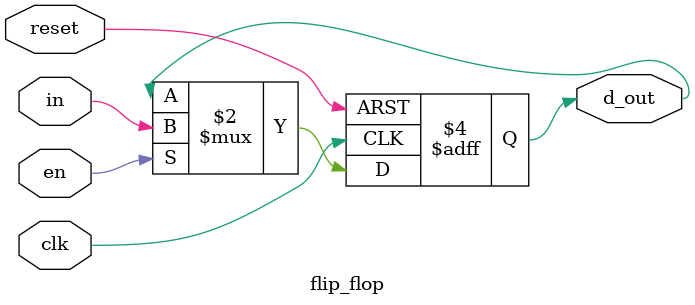
<source format=sv>
/* edge sensitive */

module flip_flop ( input logic clk,
                   input logic reset,
                   input logic in,
                   input logic en,
                  output logic d_out );
  
  always_ff@(posedge clk or posedge reset) begin //async reset
    if(reset) begin
      d_out <= 1'b0;
    end else if(en) begin
      d_out <= in;
    end
  end
  
endmodule

</source>
